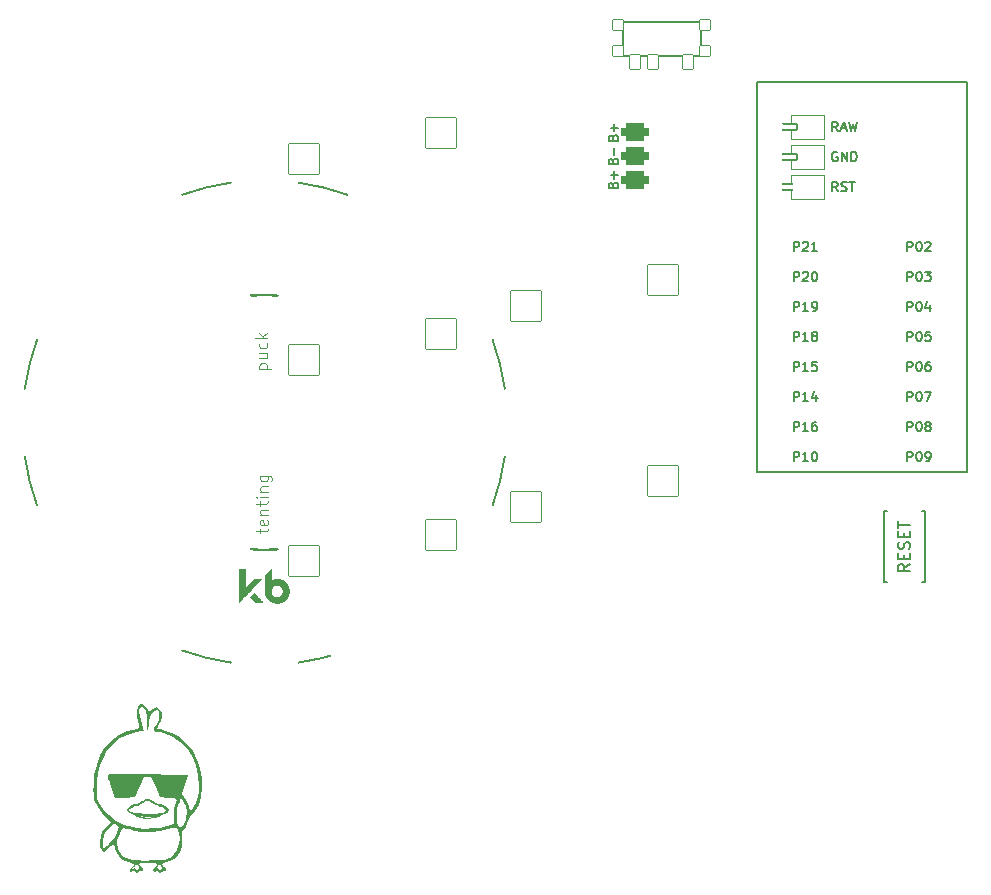
<source format=gto>
%TF.GenerationSoftware,KiCad,Pcbnew,(6.0.4-0)*%
%TF.CreationDate,2022-05-24T13:00:26+02:00*%
%TF.ProjectId,battoota,62617474-6f6f-4746-912e-6b696361645f,v1.0.0*%
%TF.SameCoordinates,Original*%
%TF.FileFunction,Legend,Top*%
%TF.FilePolarity,Positive*%
%FSLAX46Y46*%
G04 Gerber Fmt 4.6, Leading zero omitted, Abs format (unit mm)*
G04 Created by KiCad (PCBNEW (6.0.4-0)) date 2022-05-24 13:00:26*
%MOMM*%
%LPD*%
G01*
G04 APERTURE LIST*
G04 Aperture macros list*
%AMRoundRect*
0 Rectangle with rounded corners*
0 $1 Rounding radius*
0 $2 $3 $4 $5 $6 $7 $8 $9 X,Y pos of 4 corners*
0 Add a 4 corners polygon primitive as box body*
4,1,4,$2,$3,$4,$5,$6,$7,$8,$9,$2,$3,0*
0 Add four circle primitives for the rounded corners*
1,1,$1+$1,$2,$3*
1,1,$1+$1,$4,$5*
1,1,$1+$1,$6,$7*
1,1,$1+$1,$8,$9*
0 Add four rect primitives between the rounded corners*
20,1,$1+$1,$2,$3,$4,$5,0*
20,1,$1+$1,$4,$5,$6,$7,0*
20,1,$1+$1,$6,$7,$8,$9,0*
20,1,$1+$1,$8,$9,$2,$3,0*%
%AMFreePoly0*
4,1,16,0.535355,0.785355,0.550000,0.750000,0.550000,-0.750000,0.535355,-0.785355,0.500000,-0.800000,-0.650000,-0.800000,-0.685355,-0.785355,-0.700000,-0.750000,-0.691603,-0.722265,-0.210093,0.000000,-0.691603,0.722265,-0.699029,0.759806,-0.677735,0.791603,-0.650000,0.800000,0.500000,0.800000,0.535355,0.785355,0.535355,0.785355,$1*%
%AMFreePoly1*
4,1,16,0.535355,0.785355,0.541603,0.777735,1.041603,0.027735,1.049029,-0.009806,1.041603,-0.027735,0.541603,-0.777735,0.509806,-0.799029,0.500000,-0.800000,-0.500000,-0.800000,-0.535355,-0.785355,-0.550000,-0.750000,-0.550000,0.750000,-0.535355,0.785355,-0.500000,0.800000,0.500000,0.800000,0.535355,0.785355,0.535355,0.785355,$1*%
G04 Aperture macros list end*
%ADD10C,0.150000*%
%ADD11C,0.100000*%
%ADD12C,0.120000*%
%ADD13C,0.200000*%
%ADD14C,0.010000*%
%ADD15RoundRect,0.375000X-0.750000X0.375000X-0.750000X-0.375000X0.750000X-0.375000X0.750000X0.375000X0*%
%ADD16C,2.000000*%
%ADD17C,1.752600*%
%ADD18RoundRect,0.425000X-0.750000X0.375000X-0.750000X-0.375000X0.750000X-0.375000X0.750000X0.375000X0*%
%ADD19C,1.100000*%
%ADD20RoundRect,0.050000X-0.450000X-0.450000X0.450000X-0.450000X0.450000X0.450000X-0.450000X0.450000X0*%
%ADD21RoundRect,0.050000X-0.450000X-0.625000X0.450000X-0.625000X0.450000X0.625000X-0.450000X0.625000X0*%
%ADD22C,2.100000*%
%ADD23C,3.100000*%
%ADD24C,1.801800*%
%ADD25C,3.529000*%
%ADD26RoundRect,0.050000X-1.054507X-1.505993X1.505993X-1.054507X1.054507X1.505993X-1.505993X1.054507X0*%
%ADD27C,2.132000*%
%ADD28RoundRect,0.050000X-1.181751X-1.408356X1.408356X-1.181751X1.181751X1.408356X-1.408356X1.181751X0*%
%ADD29RoundRect,0.050000X-1.300000X-1.300000X1.300000X-1.300000X1.300000X1.300000X-1.300000X1.300000X0*%
%ADD30RoundRect,0.050000X-1.716367X-0.658851X0.658851X-1.716367X1.716367X0.658851X-0.658851X1.716367X0*%
%ADD31RoundRect,0.050000X-0.863113X-1.623279X1.623279X-0.863113X0.863113X1.623279X-1.623279X0.863113X0*%
%ADD32RoundRect,0.050000X-1.487360X-1.080630X1.080630X-1.487360X1.487360X1.080630X-1.080630X1.487360X0*%
%ADD33C,1.852600*%
%ADD34FreePoly0,180.000000*%
%ADD35RoundRect,0.050000X-0.762000X0.250000X-0.762000X-0.250000X0.762000X-0.250000X0.762000X0.250000X0*%
%ADD36FreePoly1,180.000000*%
%ADD37C,4.500000*%
G04 APERTURE END LIST*
D10*
%TO.C,PAD1*%
X133280033Y110267574D02*
X133318128Y110381860D01*
X133356223Y110419955D01*
X133432414Y110458050D01*
X133546699Y110458050D01*
X133622890Y110419955D01*
X133660985Y110381860D01*
X133699080Y110305670D01*
X133699080Y110000908D01*
X132899080Y110000908D01*
X132899080Y110267574D01*
X132937176Y110343765D01*
X132975271Y110381860D01*
X133051461Y110419955D01*
X133127652Y110419955D01*
X133203842Y110381860D01*
X133241937Y110343765D01*
X133280033Y110267574D01*
X133280033Y110000908D01*
X133394318Y110800908D02*
X133394318Y111410431D01*
X133280033Y112267574D02*
X133318128Y112381860D01*
X133356223Y112419955D01*
X133432414Y112458050D01*
X133546699Y112458050D01*
X133622890Y112419955D01*
X133660985Y112381860D01*
X133699080Y112305670D01*
X133699080Y112000908D01*
X132899080Y112000908D01*
X132899080Y112267574D01*
X132937176Y112343765D01*
X132975271Y112381860D01*
X133051461Y112419955D01*
X133127652Y112419955D01*
X133203842Y112381860D01*
X133241937Y112343765D01*
X133280033Y112267574D01*
X133280033Y112000908D01*
X133394318Y112800908D02*
X133394318Y113410431D01*
X133699080Y113105670D02*
X133089556Y113105670D01*
X133280033Y108267574D02*
X133318128Y108381860D01*
X133356223Y108419955D01*
X133432414Y108458050D01*
X133546699Y108458050D01*
X133622890Y108419955D01*
X133660985Y108381860D01*
X133699080Y108305670D01*
X133699080Y108000908D01*
X132899080Y108000908D01*
X132899080Y108267574D01*
X132937176Y108343765D01*
X132975271Y108381860D01*
X133051461Y108419955D01*
X133127652Y108419955D01*
X133203842Y108381860D01*
X133241937Y108343765D01*
X133280033Y108267574D01*
X133280033Y108000908D01*
X133394318Y108800908D02*
X133394318Y109410431D01*
X133699080Y109105670D02*
X133089556Y109105670D01*
%TO.C,B1*%
X158422171Y76170873D02*
X157945981Y75837539D01*
X158422171Y75599444D02*
X157422171Y75599444D01*
X157422171Y75980396D01*
X157469791Y76075634D01*
X157517410Y76123254D01*
X157612648Y76170873D01*
X157755505Y76170873D01*
X157850743Y76123254D01*
X157898362Y76075634D01*
X157945981Y75980396D01*
X157945981Y75599444D01*
X157898362Y76599444D02*
X157898362Y76932777D01*
X158422171Y77075634D02*
X158422171Y76599444D01*
X157422171Y76599444D01*
X157422171Y77075634D01*
X158374552Y77456587D02*
X158422171Y77599444D01*
X158422171Y77837539D01*
X158374552Y77932777D01*
X158326933Y77980396D01*
X158231695Y78028015D01*
X158136457Y78028015D01*
X158041219Y77980396D01*
X157993600Y77932777D01*
X157945981Y77837539D01*
X157898362Y77647063D01*
X157850743Y77551825D01*
X157803124Y77504206D01*
X157707886Y77456587D01*
X157612648Y77456587D01*
X157517410Y77504206D01*
X157469791Y77551825D01*
X157422171Y77647063D01*
X157422171Y77885158D01*
X157469791Y78028015D01*
X157898362Y78456587D02*
X157898362Y78789920D01*
X158422171Y78932777D02*
X158422171Y78456587D01*
X157422171Y78456587D01*
X157422171Y78932777D01*
X157422171Y79218492D02*
X157422171Y79789920D01*
X158422171Y79504206D02*
X157422171Y79504206D01*
%TO.C,MCU1*%
X158185784Y87421349D02*
X158185784Y88221349D01*
X158490546Y88221349D01*
X158566736Y88183254D01*
X158604832Y88145158D01*
X158642927Y88068968D01*
X158642927Y87954682D01*
X158604832Y87878492D01*
X158566736Y87840396D01*
X158490546Y87802301D01*
X158185784Y87802301D01*
X159138165Y88221349D02*
X159214355Y88221349D01*
X159290546Y88183254D01*
X159328641Y88145158D01*
X159366736Y88068968D01*
X159404832Y87916587D01*
X159404832Y87726111D01*
X159366736Y87573730D01*
X159328641Y87497539D01*
X159290546Y87459444D01*
X159214355Y87421349D01*
X159138165Y87421349D01*
X159061974Y87459444D01*
X159023879Y87497539D01*
X158985784Y87573730D01*
X158947689Y87726111D01*
X158947689Y87916587D01*
X158985784Y88068968D01*
X159023879Y88145158D01*
X159061974Y88183254D01*
X159138165Y88221349D01*
X159861974Y87878492D02*
X159785784Y87916587D01*
X159747689Y87954682D01*
X159709593Y88030873D01*
X159709593Y88068968D01*
X159747689Y88145158D01*
X159785784Y88183254D01*
X159861974Y88221349D01*
X160014355Y88221349D01*
X160090546Y88183254D01*
X160128641Y88145158D01*
X160166736Y88068968D01*
X160166736Y88030873D01*
X160128641Y87954682D01*
X160090546Y87916587D01*
X160014355Y87878492D01*
X159861974Y87878492D01*
X159785784Y87840396D01*
X159747689Y87802301D01*
X159709593Y87726111D01*
X159709593Y87573730D01*
X159747689Y87497539D01*
X159785784Y87459444D01*
X159861974Y87421349D01*
X160014355Y87421349D01*
X160090546Y87459444D01*
X160128641Y87497539D01*
X160166736Y87573730D01*
X160166736Y87726111D01*
X160128641Y87802301D01*
X160090546Y87840396D01*
X160014355Y87878492D01*
X148585784Y102661349D02*
X148585784Y103461349D01*
X148890546Y103461349D01*
X148966736Y103423254D01*
X149004832Y103385158D01*
X149042927Y103308968D01*
X149042927Y103194682D01*
X149004832Y103118492D01*
X148966736Y103080396D01*
X148890546Y103042301D01*
X148585784Y103042301D01*
X149347689Y103385158D02*
X149385784Y103423254D01*
X149461974Y103461349D01*
X149652451Y103461349D01*
X149728641Y103423254D01*
X149766736Y103385158D01*
X149804832Y103308968D01*
X149804832Y103232777D01*
X149766736Y103118492D01*
X149309593Y102661349D01*
X149804832Y102661349D01*
X150566736Y102661349D02*
X150109593Y102661349D01*
X150338165Y102661349D02*
X150338165Y103461349D01*
X150261974Y103347063D01*
X150185784Y103270873D01*
X150109593Y103232777D01*
X148585784Y89961349D02*
X148585784Y90761349D01*
X148890546Y90761349D01*
X148966736Y90723254D01*
X149004832Y90685158D01*
X149042927Y90608968D01*
X149042927Y90494682D01*
X149004832Y90418492D01*
X148966736Y90380396D01*
X148890546Y90342301D01*
X148585784Y90342301D01*
X149804832Y89961349D02*
X149347689Y89961349D01*
X149576260Y89961349D02*
X149576260Y90761349D01*
X149500070Y90647063D01*
X149423879Y90570873D01*
X149347689Y90532777D01*
X150490546Y90494682D02*
X150490546Y89961349D01*
X150300070Y90799444D02*
X150109593Y90228015D01*
X150604832Y90228015D01*
X148585784Y100121349D02*
X148585784Y100921349D01*
X148890546Y100921349D01*
X148966736Y100883254D01*
X149004832Y100845158D01*
X149042927Y100768968D01*
X149042927Y100654682D01*
X149004832Y100578492D01*
X148966736Y100540396D01*
X148890546Y100502301D01*
X148585784Y100502301D01*
X149347689Y100845158D02*
X149385784Y100883254D01*
X149461974Y100921349D01*
X149652451Y100921349D01*
X149728641Y100883254D01*
X149766736Y100845158D01*
X149804832Y100768968D01*
X149804832Y100692777D01*
X149766736Y100578492D01*
X149309593Y100121349D01*
X149804832Y100121349D01*
X150300070Y100921349D02*
X150376260Y100921349D01*
X150452451Y100883254D01*
X150490546Y100845158D01*
X150528641Y100768968D01*
X150566736Y100616587D01*
X150566736Y100426111D01*
X150528641Y100273730D01*
X150490546Y100197539D01*
X150452451Y100159444D01*
X150376260Y100121349D01*
X150300070Y100121349D01*
X150223879Y100159444D01*
X150185784Y100197539D01*
X150147689Y100273730D01*
X150109593Y100426111D01*
X150109593Y100616587D01*
X150147689Y100768968D01*
X150185784Y100845158D01*
X150223879Y100883254D01*
X150300070Y100921349D01*
X152305594Y107741349D02*
X152038928Y108122301D01*
X151848451Y107741349D02*
X151848451Y108541349D01*
X152153213Y108541349D01*
X152229404Y108503254D01*
X152267499Y108465158D01*
X152305594Y108388968D01*
X152305594Y108274682D01*
X152267499Y108198492D01*
X152229404Y108160396D01*
X152153213Y108122301D01*
X151848451Y108122301D01*
X152610356Y107779444D02*
X152724642Y107741349D01*
X152915118Y107741349D01*
X152991309Y107779444D01*
X153029404Y107817539D01*
X153067499Y107893730D01*
X153067499Y107969920D01*
X153029404Y108046111D01*
X152991309Y108084206D01*
X152915118Y108122301D01*
X152762737Y108160396D01*
X152686547Y108198492D01*
X152648451Y108236587D01*
X152610356Y108312777D01*
X152610356Y108388968D01*
X152648451Y108465158D01*
X152686547Y108503254D01*
X152762737Y108541349D01*
X152953213Y108541349D01*
X153067499Y108503254D01*
X153296070Y108541349D02*
X153753213Y108541349D01*
X153524642Y107741349D02*
X153524642Y108541349D01*
X158185784Y84881349D02*
X158185784Y85681349D01*
X158490546Y85681349D01*
X158566736Y85643254D01*
X158604832Y85605158D01*
X158642927Y85528968D01*
X158642927Y85414682D01*
X158604832Y85338492D01*
X158566736Y85300396D01*
X158490546Y85262301D01*
X158185784Y85262301D01*
X159138165Y85681349D02*
X159214355Y85681349D01*
X159290546Y85643254D01*
X159328641Y85605158D01*
X159366736Y85528968D01*
X159404832Y85376587D01*
X159404832Y85186111D01*
X159366736Y85033730D01*
X159328641Y84957539D01*
X159290546Y84919444D01*
X159214355Y84881349D01*
X159138165Y84881349D01*
X159061974Y84919444D01*
X159023879Y84957539D01*
X158985784Y85033730D01*
X158947689Y85186111D01*
X158947689Y85376587D01*
X158985784Y85528968D01*
X159023879Y85605158D01*
X159061974Y85643254D01*
X159138165Y85681349D01*
X159785784Y84881349D02*
X159938165Y84881349D01*
X160014355Y84919444D01*
X160052451Y84957539D01*
X160128641Y85071825D01*
X160166736Y85224206D01*
X160166736Y85528968D01*
X160128641Y85605158D01*
X160090546Y85643254D01*
X160014355Y85681349D01*
X159861974Y85681349D01*
X159785784Y85643254D01*
X159747689Y85605158D01*
X159709593Y85528968D01*
X159709593Y85338492D01*
X159747689Y85262301D01*
X159785784Y85224206D01*
X159861974Y85186111D01*
X160014355Y85186111D01*
X160090546Y85224206D01*
X160128641Y85262301D01*
X160166736Y85338492D01*
X148585784Y87421349D02*
X148585784Y88221349D01*
X148890546Y88221349D01*
X148966736Y88183254D01*
X149004832Y88145158D01*
X149042927Y88068968D01*
X149042927Y87954682D01*
X149004832Y87878492D01*
X148966736Y87840396D01*
X148890546Y87802301D01*
X148585784Y87802301D01*
X149804832Y87421349D02*
X149347689Y87421349D01*
X149576260Y87421349D02*
X149576260Y88221349D01*
X149500070Y88107063D01*
X149423879Y88030873D01*
X149347689Y87992777D01*
X150490546Y88221349D02*
X150338165Y88221349D01*
X150261974Y88183254D01*
X150223879Y88145158D01*
X150147689Y88030873D01*
X150109593Y87878492D01*
X150109593Y87573730D01*
X150147689Y87497539D01*
X150185784Y87459444D01*
X150261974Y87421349D01*
X150414355Y87421349D01*
X150490546Y87459444D01*
X150528641Y87497539D01*
X150566736Y87573730D01*
X150566736Y87764206D01*
X150528641Y87840396D01*
X150490546Y87878492D01*
X150414355Y87916587D01*
X150261974Y87916587D01*
X150185784Y87878492D01*
X150147689Y87840396D01*
X150109593Y87764206D01*
X152305595Y112821349D02*
X152038928Y113202301D01*
X151848452Y112821349D02*
X151848452Y113621349D01*
X152153214Y113621349D01*
X152229404Y113583254D01*
X152267499Y113545158D01*
X152305595Y113468968D01*
X152305595Y113354682D01*
X152267499Y113278492D01*
X152229404Y113240396D01*
X152153214Y113202301D01*
X151848452Y113202301D01*
X152610356Y113049920D02*
X152991309Y113049920D01*
X152534166Y112821349D02*
X152800833Y113621349D01*
X153067499Y112821349D01*
X153257976Y113621349D02*
X153448452Y112821349D01*
X153600833Y113392777D01*
X153753214Y112821349D01*
X153943690Y113621349D01*
X158185784Y102661349D02*
X158185784Y103461349D01*
X158490546Y103461349D01*
X158566736Y103423254D01*
X158604832Y103385158D01*
X158642927Y103308968D01*
X158642927Y103194682D01*
X158604832Y103118492D01*
X158566736Y103080396D01*
X158490546Y103042301D01*
X158185784Y103042301D01*
X159138165Y103461349D02*
X159214355Y103461349D01*
X159290546Y103423254D01*
X159328641Y103385158D01*
X159366736Y103308968D01*
X159404832Y103156587D01*
X159404832Y102966111D01*
X159366736Y102813730D01*
X159328641Y102737539D01*
X159290546Y102699444D01*
X159214355Y102661349D01*
X159138165Y102661349D01*
X159061974Y102699444D01*
X159023879Y102737539D01*
X158985784Y102813730D01*
X158947689Y102966111D01*
X158947689Y103156587D01*
X158985784Y103308968D01*
X159023879Y103385158D01*
X159061974Y103423254D01*
X159138165Y103461349D01*
X159709593Y103385158D02*
X159747689Y103423254D01*
X159823879Y103461349D01*
X160014355Y103461349D01*
X160090546Y103423254D01*
X160128641Y103385158D01*
X160166736Y103308968D01*
X160166736Y103232777D01*
X160128641Y103118492D01*
X159671498Y102661349D01*
X160166736Y102661349D01*
X148585784Y95041349D02*
X148585784Y95841349D01*
X148890546Y95841349D01*
X148966736Y95803254D01*
X149004832Y95765158D01*
X149042927Y95688968D01*
X149042927Y95574682D01*
X149004832Y95498492D01*
X148966736Y95460396D01*
X148890546Y95422301D01*
X148585784Y95422301D01*
X149804832Y95041349D02*
X149347689Y95041349D01*
X149576260Y95041349D02*
X149576260Y95841349D01*
X149500070Y95727063D01*
X149423879Y95650873D01*
X149347689Y95612777D01*
X150261974Y95498492D02*
X150185784Y95536587D01*
X150147689Y95574682D01*
X150109593Y95650873D01*
X150109593Y95688968D01*
X150147689Y95765158D01*
X150185784Y95803254D01*
X150261974Y95841349D01*
X150414355Y95841349D01*
X150490546Y95803254D01*
X150528641Y95765158D01*
X150566736Y95688968D01*
X150566736Y95650873D01*
X150528641Y95574682D01*
X150490546Y95536587D01*
X150414355Y95498492D01*
X150261974Y95498492D01*
X150185784Y95460396D01*
X150147689Y95422301D01*
X150109593Y95346111D01*
X150109593Y95193730D01*
X150147689Y95117539D01*
X150185784Y95079444D01*
X150261974Y95041349D01*
X150414355Y95041349D01*
X150490546Y95079444D01*
X150528641Y95117539D01*
X150566736Y95193730D01*
X150566736Y95346111D01*
X150528641Y95422301D01*
X150490546Y95460396D01*
X150414355Y95498492D01*
X148585784Y84881349D02*
X148585784Y85681349D01*
X148890546Y85681349D01*
X148966736Y85643254D01*
X149004832Y85605158D01*
X149042927Y85528968D01*
X149042927Y85414682D01*
X149004832Y85338492D01*
X148966736Y85300396D01*
X148890546Y85262301D01*
X148585784Y85262301D01*
X149804832Y84881349D02*
X149347689Y84881349D01*
X149576260Y84881349D02*
X149576260Y85681349D01*
X149500070Y85567063D01*
X149423879Y85490873D01*
X149347689Y85452777D01*
X150300070Y85681349D02*
X150376260Y85681349D01*
X150452451Y85643254D01*
X150490546Y85605158D01*
X150528641Y85528968D01*
X150566736Y85376587D01*
X150566736Y85186111D01*
X150528641Y85033730D01*
X150490546Y84957539D01*
X150452451Y84919444D01*
X150376260Y84881349D01*
X150300070Y84881349D01*
X150223879Y84919444D01*
X150185784Y84957539D01*
X150147689Y85033730D01*
X150109593Y85186111D01*
X150109593Y85376587D01*
X150147689Y85528968D01*
X150185784Y85605158D01*
X150223879Y85643254D01*
X150300070Y85681349D01*
X158185784Y100121349D02*
X158185784Y100921349D01*
X158490546Y100921349D01*
X158566736Y100883254D01*
X158604832Y100845158D01*
X158642927Y100768968D01*
X158642927Y100654682D01*
X158604832Y100578492D01*
X158566736Y100540396D01*
X158490546Y100502301D01*
X158185784Y100502301D01*
X159138165Y100921349D02*
X159214355Y100921349D01*
X159290546Y100883254D01*
X159328641Y100845158D01*
X159366736Y100768968D01*
X159404832Y100616587D01*
X159404832Y100426111D01*
X159366736Y100273730D01*
X159328641Y100197539D01*
X159290546Y100159444D01*
X159214355Y100121349D01*
X159138165Y100121349D01*
X159061974Y100159444D01*
X159023879Y100197539D01*
X158985784Y100273730D01*
X158947689Y100426111D01*
X158947689Y100616587D01*
X158985784Y100768968D01*
X159023879Y100845158D01*
X159061974Y100883254D01*
X159138165Y100921349D01*
X159671498Y100921349D02*
X160166736Y100921349D01*
X159900070Y100616587D01*
X160014355Y100616587D01*
X160090546Y100578492D01*
X160128641Y100540396D01*
X160166736Y100464206D01*
X160166736Y100273730D01*
X160128641Y100197539D01*
X160090546Y100159444D01*
X160014355Y100121349D01*
X159785784Y100121349D01*
X159709593Y100159444D01*
X159671498Y100197539D01*
X158185784Y89961349D02*
X158185784Y90761349D01*
X158490546Y90761349D01*
X158566736Y90723254D01*
X158604832Y90685158D01*
X158642927Y90608968D01*
X158642927Y90494682D01*
X158604832Y90418492D01*
X158566736Y90380396D01*
X158490546Y90342301D01*
X158185784Y90342301D01*
X159138165Y90761349D02*
X159214355Y90761349D01*
X159290546Y90723254D01*
X159328641Y90685158D01*
X159366736Y90608968D01*
X159404832Y90456587D01*
X159404832Y90266111D01*
X159366736Y90113730D01*
X159328641Y90037539D01*
X159290546Y89999444D01*
X159214355Y89961349D01*
X159138165Y89961349D01*
X159061974Y89999444D01*
X159023879Y90037539D01*
X158985784Y90113730D01*
X158947689Y90266111D01*
X158947689Y90456587D01*
X158985784Y90608968D01*
X159023879Y90685158D01*
X159061974Y90723254D01*
X159138165Y90761349D01*
X159671498Y90761349D02*
X160204832Y90761349D01*
X159861974Y89961349D01*
X148585784Y97581349D02*
X148585784Y98381349D01*
X148890546Y98381349D01*
X148966736Y98343254D01*
X149004832Y98305158D01*
X149042927Y98228968D01*
X149042927Y98114682D01*
X149004832Y98038492D01*
X148966736Y98000396D01*
X148890546Y97962301D01*
X148585784Y97962301D01*
X149804832Y97581349D02*
X149347689Y97581349D01*
X149576260Y97581349D02*
X149576260Y98381349D01*
X149500070Y98267063D01*
X149423879Y98190873D01*
X149347689Y98152777D01*
X150185784Y97581349D02*
X150338165Y97581349D01*
X150414355Y97619444D01*
X150452451Y97657539D01*
X150528641Y97771825D01*
X150566736Y97924206D01*
X150566736Y98228968D01*
X150528641Y98305158D01*
X150490546Y98343254D01*
X150414355Y98381349D01*
X150261974Y98381349D01*
X150185784Y98343254D01*
X150147689Y98305158D01*
X150109593Y98228968D01*
X150109593Y98038492D01*
X150147689Y97962301D01*
X150185784Y97924206D01*
X150261974Y97886111D01*
X150414355Y97886111D01*
X150490546Y97924206D01*
X150528641Y97962301D01*
X150566736Y98038492D01*
X152248452Y111043254D02*
X152172261Y111081349D01*
X152057976Y111081349D01*
X151943690Y111043254D01*
X151867499Y110967063D01*
X151829404Y110890873D01*
X151791309Y110738492D01*
X151791309Y110624206D01*
X151829404Y110471825D01*
X151867499Y110395634D01*
X151943690Y110319444D01*
X152057976Y110281349D01*
X152134166Y110281349D01*
X152248452Y110319444D01*
X152286547Y110357539D01*
X152286547Y110624206D01*
X152134166Y110624206D01*
X152629404Y110281349D02*
X152629404Y111081349D01*
X153086547Y110281349D01*
X153086547Y111081349D01*
X153467499Y110281349D02*
X153467499Y111081349D01*
X153657976Y111081349D01*
X153772261Y111043254D01*
X153848452Y110967063D01*
X153886547Y110890873D01*
X153924642Y110738492D01*
X153924642Y110624206D01*
X153886547Y110471825D01*
X153848452Y110395634D01*
X153772261Y110319444D01*
X153657976Y110281349D01*
X153467499Y110281349D01*
X158185784Y97581349D02*
X158185784Y98381349D01*
X158490546Y98381349D01*
X158566736Y98343254D01*
X158604832Y98305158D01*
X158642927Y98228968D01*
X158642927Y98114682D01*
X158604832Y98038492D01*
X158566736Y98000396D01*
X158490546Y97962301D01*
X158185784Y97962301D01*
X159138165Y98381349D02*
X159214355Y98381349D01*
X159290546Y98343254D01*
X159328641Y98305158D01*
X159366736Y98228968D01*
X159404832Y98076587D01*
X159404832Y97886111D01*
X159366736Y97733730D01*
X159328641Y97657539D01*
X159290546Y97619444D01*
X159214355Y97581349D01*
X159138165Y97581349D01*
X159061974Y97619444D01*
X159023879Y97657539D01*
X158985784Y97733730D01*
X158947689Y97886111D01*
X158947689Y98076587D01*
X158985784Y98228968D01*
X159023879Y98305158D01*
X159061974Y98343254D01*
X159138165Y98381349D01*
X160090546Y98114682D02*
X160090546Y97581349D01*
X159900070Y98419444D02*
X159709593Y97848015D01*
X160204832Y97848015D01*
X158185784Y95041349D02*
X158185784Y95841349D01*
X158490546Y95841349D01*
X158566736Y95803254D01*
X158604832Y95765158D01*
X158642927Y95688968D01*
X158642927Y95574682D01*
X158604832Y95498492D01*
X158566736Y95460396D01*
X158490546Y95422301D01*
X158185784Y95422301D01*
X159138165Y95841349D02*
X159214355Y95841349D01*
X159290546Y95803254D01*
X159328641Y95765158D01*
X159366736Y95688968D01*
X159404832Y95536587D01*
X159404832Y95346111D01*
X159366736Y95193730D01*
X159328641Y95117539D01*
X159290546Y95079444D01*
X159214355Y95041349D01*
X159138165Y95041349D01*
X159061974Y95079444D01*
X159023879Y95117539D01*
X158985784Y95193730D01*
X158947689Y95346111D01*
X158947689Y95536587D01*
X158985784Y95688968D01*
X159023879Y95765158D01*
X159061974Y95803254D01*
X159138165Y95841349D01*
X160128641Y95841349D02*
X159747689Y95841349D01*
X159709593Y95460396D01*
X159747689Y95498492D01*
X159823879Y95536587D01*
X160014355Y95536587D01*
X160090546Y95498492D01*
X160128641Y95460396D01*
X160166736Y95384206D01*
X160166736Y95193730D01*
X160128641Y95117539D01*
X160090546Y95079444D01*
X160014355Y95041349D01*
X159823879Y95041349D01*
X159747689Y95079444D01*
X159709593Y95117539D01*
X148585784Y92501349D02*
X148585784Y93301349D01*
X148890546Y93301349D01*
X148966736Y93263254D01*
X149004832Y93225158D01*
X149042927Y93148968D01*
X149042927Y93034682D01*
X149004832Y92958492D01*
X148966736Y92920396D01*
X148890546Y92882301D01*
X148585784Y92882301D01*
X149804832Y92501349D02*
X149347689Y92501349D01*
X149576260Y92501349D02*
X149576260Y93301349D01*
X149500070Y93187063D01*
X149423879Y93110873D01*
X149347689Y93072777D01*
X150528641Y93301349D02*
X150147689Y93301349D01*
X150109593Y92920396D01*
X150147689Y92958492D01*
X150223879Y92996587D01*
X150414355Y92996587D01*
X150490546Y92958492D01*
X150528641Y92920396D01*
X150566736Y92844206D01*
X150566736Y92653730D01*
X150528641Y92577539D01*
X150490546Y92539444D01*
X150414355Y92501349D01*
X150223879Y92501349D01*
X150147689Y92539444D01*
X150109593Y92577539D01*
X158185784Y92501349D02*
X158185784Y93301349D01*
X158490546Y93301349D01*
X158566736Y93263254D01*
X158604832Y93225158D01*
X158642927Y93148968D01*
X158642927Y93034682D01*
X158604832Y92958492D01*
X158566736Y92920396D01*
X158490546Y92882301D01*
X158185784Y92882301D01*
X159138165Y93301349D02*
X159214355Y93301349D01*
X159290546Y93263254D01*
X159328641Y93225158D01*
X159366736Y93148968D01*
X159404832Y92996587D01*
X159404832Y92806111D01*
X159366736Y92653730D01*
X159328641Y92577539D01*
X159290546Y92539444D01*
X159214355Y92501349D01*
X159138165Y92501349D01*
X159061974Y92539444D01*
X159023879Y92577539D01*
X158985784Y92653730D01*
X158947689Y92806111D01*
X158947689Y92996587D01*
X158985784Y93148968D01*
X159023879Y93225158D01*
X159061974Y93263254D01*
X159138165Y93301349D01*
X160090546Y93301349D02*
X159938165Y93301349D01*
X159861974Y93263254D01*
X159823879Y93225158D01*
X159747689Y93110873D01*
X159709593Y92958492D01*
X159709593Y92653730D01*
X159747689Y92577539D01*
X159785784Y92539444D01*
X159861974Y92501349D01*
X160014355Y92501349D01*
X160090546Y92539444D01*
X160128641Y92577539D01*
X160166736Y92653730D01*
X160166736Y92844206D01*
X160128641Y92920396D01*
X160090546Y92958492D01*
X160014355Y92996587D01*
X159861974Y92996587D01*
X159785784Y92958492D01*
X159747689Y92920396D01*
X159709593Y92844206D01*
D11*
%TO.C,REF\u002A\u002A*%
X103392434Y78783427D02*
X103392434Y79164379D01*
X103059100Y78926284D02*
X103916243Y78926284D01*
X104011481Y78973903D01*
X104059100Y79069141D01*
X104059100Y79164379D01*
X104011481Y79878665D02*
X104059100Y79783427D01*
X104059100Y79592950D01*
X104011481Y79497712D01*
X103916243Y79450093D01*
X103535291Y79450093D01*
X103440053Y79497712D01*
X103392434Y79592950D01*
X103392434Y79783427D01*
X103440053Y79878665D01*
X103535291Y79926284D01*
X103630529Y79926284D01*
X103725767Y79450093D01*
X103392434Y80354855D02*
X104059100Y80354855D01*
X103487672Y80354855D02*
X103440053Y80402474D01*
X103392434Y80497712D01*
X103392434Y80640569D01*
X103440053Y80735807D01*
X103535291Y80783427D01*
X104059100Y80783427D01*
X103392434Y81116760D02*
X103392434Y81497712D01*
X103059100Y81259617D02*
X103916243Y81259617D01*
X104011481Y81307236D01*
X104059100Y81402474D01*
X104059100Y81497712D01*
X104059100Y81831046D02*
X103392434Y81831046D01*
X103059100Y81831046D02*
X103106720Y81783427D01*
X103154339Y81831046D01*
X103106720Y81878665D01*
X103059100Y81831046D01*
X103154339Y81831046D01*
X103392434Y82307236D02*
X104059100Y82307236D01*
X103487672Y82307236D02*
X103440053Y82354855D01*
X103392434Y82450093D01*
X103392434Y82592950D01*
X103440053Y82688188D01*
X103535291Y82735807D01*
X104059100Y82735807D01*
X103392434Y83640569D02*
X104201958Y83640569D01*
X104297196Y83592950D01*
X104344815Y83545331D01*
X104392434Y83450093D01*
X104392434Y83307236D01*
X104344815Y83211998D01*
X104011481Y83640569D02*
X104059100Y83545331D01*
X104059100Y83354855D01*
X104011481Y83259617D01*
X103963862Y83211998D01*
X103868624Y83164379D01*
X103582910Y83164379D01*
X103487672Y83211998D01*
X103440053Y83259617D01*
X103392434Y83354855D01*
X103392434Y83545331D01*
X103440053Y83640569D01*
X103328934Y92673927D02*
X104328934Y92673927D01*
X103376553Y92673927D02*
X103328934Y92769165D01*
X103328934Y92959641D01*
X103376553Y93054879D01*
X103424172Y93102498D01*
X103519410Y93150117D01*
X103805124Y93150117D01*
X103900362Y93102498D01*
X103947981Y93054879D01*
X103995600Y92959641D01*
X103995600Y92769165D01*
X103947981Y92673927D01*
X103328934Y94007260D02*
X103995600Y94007260D01*
X103328934Y93578688D02*
X103852743Y93578688D01*
X103947981Y93626307D01*
X103995600Y93721546D01*
X103995600Y93864403D01*
X103947981Y93959641D01*
X103900362Y94007260D01*
X103947981Y94912022D02*
X103995600Y94816784D01*
X103995600Y94626307D01*
X103947981Y94531069D01*
X103900362Y94483450D01*
X103805124Y94435831D01*
X103519410Y94435831D01*
X103424172Y94483450D01*
X103376553Y94531069D01*
X103328934Y94626307D01*
X103328934Y94816784D01*
X103376553Y94912022D01*
X103995600Y95340593D02*
X102995600Y95340593D01*
X103614648Y95435831D02*
X103995600Y95721546D01*
X103328934Y95721546D02*
X103709886Y95340593D01*
D10*
%TO.C,T1*%
X134095791Y122069254D02*
X134095791Y119219254D01*
X139345791Y122069254D02*
X135445791Y122069254D01*
X134095791Y119219254D02*
X140695791Y119219254D01*
X137395791Y122069254D02*
X140695791Y122069254D01*
X140695791Y119219254D02*
X140695791Y122069254D01*
X137395791Y122069254D02*
X134095791Y122069254D01*
%TO.C,B1*%
X156219791Y74623254D02*
X156219791Y80623254D01*
X159719791Y74623254D02*
X159719791Y80623254D01*
X156219791Y80623254D02*
X156469791Y80623254D01*
X159719791Y74623254D02*
X159469791Y74623254D01*
X159719791Y80623254D02*
X159469791Y80623254D01*
X156219791Y74623254D02*
X156469791Y74623254D01*
%TO.C,G\u002A\u002A\u002A*%
G36*
X92883978Y54811439D02*
G01*
X92740255Y54880814D01*
X92407058Y55056231D01*
X92211599Y55193916D01*
X92131416Y55310999D01*
X92130646Y55316839D01*
X92306885Y55316839D01*
X92323310Y55295956D01*
X92503738Y55201096D01*
X92814003Y55123189D01*
X93215242Y55064583D01*
X93668589Y55027628D01*
X94135180Y55014670D01*
X94576151Y55028060D01*
X94952637Y55070144D01*
X95174422Y55123679D01*
X95401772Y55233273D01*
X95460472Y55348492D01*
X95351061Y55468035D01*
X95074080Y55590598D01*
X94966078Y55625429D01*
X94664565Y55735323D01*
X94407590Y55860367D01*
X94283288Y55946404D01*
X94021677Y56093383D01*
X93736622Y56076183D01*
X93509613Y55948664D01*
X93306784Y55830100D01*
X93019752Y55709005D01*
X92844401Y55651219D01*
X92514387Y55534275D01*
X92332107Y55420696D01*
X92306885Y55316839D01*
X92130646Y55316839D01*
X92126422Y55348860D01*
X92205522Y55535943D01*
X92420663Y55696920D01*
X92738600Y55809825D01*
X92858300Y55832470D01*
X93154436Y55920791D01*
X93435028Y56068739D01*
X93454272Y56082600D01*
X93752550Y56247693D01*
X94019947Y56257391D01*
X94293936Y56111220D01*
X94343195Y56071400D01*
X94555160Y55931295D01*
X94751676Y55860051D01*
X94778751Y55857874D01*
X94966352Y55822347D01*
X95222502Y55735067D01*
X95328663Y55689960D01*
X95559074Y55566867D01*
X95659234Y55452976D01*
X95667330Y55340633D01*
X95591473Y55163612D01*
X95513088Y55091950D01*
X95111759Y54891462D01*
X94805697Y54759395D01*
X94543443Y54679643D01*
X94273536Y54636100D01*
X93989088Y54614958D01*
X93653008Y54603783D01*
X93402897Y54622991D01*
X93169604Y54687303D01*
X93109985Y54713214D01*
X93673799Y54713214D01*
X93780173Y54699930D01*
X93904422Y54697460D01*
X94087543Y54704065D01*
X94137812Y54720951D01*
X94094922Y54734152D01*
X93848204Y54748159D01*
X93713922Y54734152D01*
X93673799Y54713214D01*
X93109985Y54713214D01*
X92957906Y54779309D01*
X93263810Y54779309D01*
X93347033Y54765751D01*
X93456847Y54781317D01*
X93458158Y54810219D01*
X93344841Y54830431D01*
X93295880Y54816903D01*
X93263810Y54779309D01*
X92957906Y54779309D01*
X92883978Y54811439D01*
G37*
G36*
X94497088Y50503045D02*
G01*
X94643295Y50652401D01*
X94666692Y50756195D01*
X94555768Y50821445D01*
X94299012Y50855169D01*
X93904422Y50864400D01*
X93568863Y50857043D01*
X93308698Y50837338D01*
X93161697Y50808830D01*
X93142422Y50792855D01*
X93199034Y50688346D01*
X93311755Y50568066D01*
X93447142Y50400898D01*
X93476988Y50265739D01*
X93400694Y50201812D01*
X93317223Y50210169D01*
X93160615Y50195335D01*
X93108213Y50135377D01*
X93006711Y50026556D01*
X92885968Y50061683D01*
X92834968Y50143183D01*
X92754841Y50223695D01*
X92631524Y50185516D01*
X92462694Y50111812D01*
X92392654Y50148018D01*
X92380422Y50271016D01*
X92421728Y50379808D01*
X92582791Y50379808D01*
X92677340Y50385158D01*
X92749034Y50430786D01*
X92849174Y50473905D01*
X92916959Y50373574D01*
X92929388Y50337018D01*
X92980358Y50214712D01*
X93017398Y50247358D01*
X93029700Y50288207D01*
X93124266Y50392124D01*
X93211226Y50386159D01*
X93282980Y50379386D01*
X93221385Y50454321D01*
X93173785Y50496685D01*
X93022640Y50657352D01*
X92947636Y50779733D01*
X92909598Y50852446D01*
X92895106Y50761545D01*
X92821498Y50610467D01*
X92711837Y50521852D01*
X92594181Y50433079D01*
X92582791Y50379808D01*
X92421728Y50379808D01*
X92447013Y50446405D01*
X92549755Y50545382D01*
X92693986Y50671444D01*
X92682018Y50778173D01*
X92509132Y50871978D01*
X92258894Y50940441D01*
X91805541Y51124714D01*
X91433524Y51442555D01*
X91170096Y51867066D01*
X91092709Y52091419D01*
X90991439Y52470057D01*
X90775764Y52332967D01*
X90561682Y52165937D01*
X90369908Y51974638D01*
X90179727Y51753400D01*
X90000313Y51965066D01*
X89869742Y52239974D01*
X89848473Y52501801D01*
X90095204Y52501801D01*
X90102772Y52276291D01*
X90139765Y52147704D01*
X90163941Y52134400D01*
X90256374Y52188909D01*
X90430173Y52331426D01*
X90603135Y52489954D01*
X91293284Y52489954D01*
X91375226Y52110208D01*
X91476501Y51873648D01*
X91654061Y51601911D01*
X91877885Y51393116D01*
X92168936Y51241165D01*
X92548174Y51139962D01*
X93036561Y51083409D01*
X93655058Y51065408D01*
X94226220Y51073792D01*
X94708800Y51090617D01*
X95060360Y51114249D01*
X95319209Y51150426D01*
X95523658Y51204883D01*
X95712015Y51283357D01*
X95750220Y51301989D01*
X96123921Y51577407D01*
X96396496Y51966219D01*
X96555900Y52437813D01*
X96590089Y52961576D01*
X96540529Y53310769D01*
X96455508Y53618649D01*
X96347306Y53796201D01*
X96181045Y53859979D01*
X95921846Y53826536D01*
X95630184Y53742813D01*
X94953530Y53587774D01*
X94197082Y53510253D01*
X93433171Y53513392D01*
X92734127Y53600336D01*
X92668971Y53614115D01*
X92335075Y53693216D01*
X92053420Y53769503D01*
X91875159Y53828891D01*
X91854808Y53838335D01*
X91752825Y53860391D01*
X91681082Y53771888D01*
X91623707Y53593361D01*
X91533656Y53336287D01*
X91426116Y53126554D01*
X91411179Y53105450D01*
X91304319Y52839623D01*
X91293284Y52489954D01*
X90603135Y52489954D01*
X90635426Y52519550D01*
X90866152Y52778902D01*
X91090809Y53095367D01*
X91281265Y53421544D01*
X91409387Y53710034D01*
X91448261Y53889059D01*
X91380701Y53995723D01*
X91215710Y54113267D01*
X91203142Y54119902D01*
X91054781Y54186990D01*
X90944970Y54184016D01*
X90822020Y54091411D01*
X90654733Y53912295D01*
X90448858Y53651510D01*
X90275909Y53376808D01*
X90223346Y53268946D01*
X90158061Y53047223D01*
X90114491Y52775143D01*
X90095204Y52501801D01*
X89848473Y52501801D01*
X89840202Y52603612D01*
X89902370Y53016274D01*
X90046922Y53438258D01*
X90264536Y53829856D01*
X90504870Y54113825D01*
X90761494Y54357583D01*
X90302999Y54776621D01*
X89826443Y55321596D01*
X89567296Y55759042D01*
X89447141Y56012240D01*
X89368080Y56220018D01*
X89321752Y56429518D01*
X89299794Y56687883D01*
X89293841Y57042258D01*
X89294371Y57297579D01*
X89297495Y57341400D01*
X89553696Y57341400D01*
X89557400Y56928222D01*
X89578822Y56628157D01*
X89627684Y56385171D01*
X89713705Y56143232D01*
X89792844Y55962855D01*
X90136304Y55401988D01*
X90621028Y54892268D01*
X91222119Y54452211D01*
X91914683Y54100333D01*
X92603812Y53872265D01*
X93082786Y53794861D01*
X93663314Y53766986D01*
X94285788Y53786196D01*
X94890603Y53850046D01*
X95418152Y53956093D01*
X95543239Y53992802D01*
X96123723Y54178753D01*
X96070295Y54617077D01*
X96079465Y55080285D01*
X96325881Y55080285D01*
X96327710Y54677744D01*
X96375168Y54316992D01*
X96467775Y54056944D01*
X96475134Y54045253D01*
X96628143Y53811733D01*
X96826284Y53997877D01*
X96966130Y54193782D01*
X97086957Y54469968D01*
X97121864Y54590190D01*
X97176721Y55146150D01*
X97084261Y55689335D01*
X96907681Y56083336D01*
X96784247Y56274447D01*
X96713207Y56333717D01*
X96666647Y56278387D01*
X96652846Y56240733D01*
X96579443Y56050036D01*
X96475242Y55806585D01*
X96461032Y55775066D01*
X96370162Y55465698D01*
X96325881Y55080285D01*
X96079465Y55080285D01*
X96082096Y55213210D01*
X96150582Y55521066D01*
X96262396Y55901980D01*
X96322245Y56147438D01*
X96311960Y56287910D01*
X96213374Y56353867D01*
X96008320Y56375778D01*
X95678630Y56384113D01*
X95635186Y56385469D01*
X94892188Y56410066D01*
X94545362Y57256733D01*
X94198535Y58103400D01*
X93537991Y58103400D01*
X92844243Y56410066D01*
X91992187Y56386102D01*
X91140130Y56362137D01*
X90785489Y57302541D01*
X90651479Y57677144D01*
X90550559Y57997120D01*
X90492705Y58227962D01*
X90487272Y58334241D01*
X90565612Y58358671D01*
X90770969Y58376347D01*
X91110443Y58387339D01*
X91591135Y58391713D01*
X92220147Y58389538D01*
X93004578Y58380882D01*
X93892620Y58366851D01*
X94628610Y58353119D01*
X95310377Y58338793D01*
X95919653Y58324376D01*
X96438166Y58310372D01*
X96847646Y58297287D01*
X97129824Y58285624D01*
X97266428Y58275889D01*
X97276286Y58273424D01*
X97264632Y58184166D01*
X97205275Y57971704D01*
X97108818Y57671815D01*
X97032008Y57449106D01*
X96752989Y56659530D01*
X96977731Y56434787D01*
X97139512Y56205119D01*
X97287131Y55877216D01*
X97345176Y55696772D01*
X97487878Y55183498D01*
X97700397Y55496248D01*
X97963013Y55953635D01*
X98127499Y56429344D01*
X98208157Y56975786D01*
X98222422Y57409186D01*
X98153236Y58317446D01*
X97951835Y59154138D01*
X97627455Y59906649D01*
X97189332Y60562370D01*
X96646702Y61108689D01*
X96008799Y61532995D01*
X95284861Y61822677D01*
X94928718Y61906649D01*
X94599418Y61983285D01*
X94428121Y62077514D01*
X94403843Y62217712D01*
X94515598Y62432257D01*
X94652421Y62620354D01*
X94830072Y62942212D01*
X94878088Y63278409D01*
X94844099Y63599871D01*
X94740227Y63769180D01*
X94563612Y63789686D01*
X94470459Y63756294D01*
X94256563Y63572819D01*
X94090860Y63257823D01*
X93987793Y62845723D01*
X93961254Y62542942D01*
X93942369Y62227069D01*
X93913023Y62069667D01*
X93879665Y62060719D01*
X93848740Y62190208D01*
X93826695Y62448119D01*
X93819755Y62762786D01*
X93794031Y63302679D01*
X93718779Y63706619D01*
X93596879Y63965572D01*
X93431210Y64070503D01*
X93402355Y64072400D01*
X93240506Y63997740D01*
X93178928Y63867659D01*
X93168326Y63649227D01*
X93203966Y63327445D01*
X93275583Y62958591D01*
X93372909Y62598940D01*
X93448998Y62387233D01*
X93520542Y62193920D01*
X93546125Y62082449D01*
X93543788Y62074878D01*
X93455295Y62047212D01*
X93243659Y61996299D01*
X92951733Y61932349D01*
X92901052Y61921718D01*
X92094895Y61683228D01*
X91407043Y61325848D01*
X90829831Y60843852D01*
X90355594Y60231511D01*
X90150404Y59866170D01*
X89844649Y59165956D01*
X89655204Y58486382D01*
X89565908Y57759066D01*
X89553696Y57341400D01*
X89297495Y57341400D01*
X89363677Y58269694D01*
X89557951Y59160199D01*
X89870025Y59958686D01*
X90292730Y60654747D01*
X90818899Y61237974D01*
X91441364Y61697957D01*
X92152957Y62024288D01*
X92640005Y62155797D01*
X92910572Y62216488D01*
X93107206Y62270853D01*
X93176676Y62300432D01*
X93180759Y62399663D01*
X93145166Y62609747D01*
X93097975Y62806337D01*
X92993959Y63324682D01*
X92978234Y63751062D01*
X93050080Y64065427D01*
X93148207Y64204636D01*
X93288440Y64307755D01*
X93415811Y64302972D01*
X93550374Y64235849D01*
X93757738Y64062353D01*
X93889118Y63876231D01*
X94000814Y63643880D01*
X94255447Y63858140D01*
X94465557Y64016970D01*
X94614991Y64056293D01*
X94762434Y63976714D01*
X94881937Y63864582D01*
X95052086Y63582213D01*
X95095465Y63231293D01*
X95012346Y62855224D01*
X94873903Y62592622D01*
X94750576Y62399963D01*
X94685927Y62277032D01*
X94683403Y62256510D01*
X94773050Y62230420D01*
X94979276Y62181344D01*
X95193103Y62133920D01*
X95946464Y61887855D01*
X96621090Y61496722D01*
X97208237Y60969645D01*
X97699161Y60315748D01*
X98085118Y59544155D01*
X98301239Y58890731D01*
X98476901Y58009790D01*
X98519445Y57191338D01*
X98430843Y56447007D01*
X98213068Y55788428D01*
X97868093Y55227231D01*
X97637308Y54976059D01*
X97473252Y54785159D01*
X97382263Y54611451D01*
X97375755Y54570520D01*
X97333745Y54375923D01*
X97229657Y54132103D01*
X97096407Y53901142D01*
X96966910Y53745125D01*
X96923569Y53717622D01*
X96862620Y53652314D01*
X96826491Y53494962D01*
X96811185Y53217437D01*
X96810852Y52924013D01*
X96806347Y52515991D01*
X96776410Y52219573D01*
X96711941Y51977819D01*
X96628666Y51784018D01*
X96338971Y51371594D01*
X95938500Y51071362D01*
X95461927Y50909110D01*
X95449588Y50907085D01*
X95193056Y50836684D01*
X95098588Y50736465D01*
X95168749Y50611297D01*
X95259088Y50545382D01*
X95394479Y50409715D01*
X95419029Y50274923D01*
X95330265Y50193370D01*
X95276022Y50187066D01*
X95084469Y50130817D01*
X95016322Y50081233D01*
X94911884Y50026348D01*
X94806703Y50114193D01*
X94795850Y50128633D01*
X94684763Y50221542D01*
X94627219Y50192133D01*
X94510362Y50109045D01*
X94383563Y50127496D01*
X94327755Y50230229D01*
X94363786Y50319728D01*
X94534456Y50319728D01*
X94548861Y50309933D01*
X94611115Y50354962D01*
X94740775Y50428040D01*
X94827524Y50366648D01*
X94862211Y50310067D01*
X94937077Y50200571D01*
X94974362Y50237014D01*
X94986321Y50288207D01*
X95072375Y50393271D01*
X95158559Y50389280D01*
X95217430Y50391348D01*
X95130255Y50474349D01*
X95110922Y50488967D01*
X94967179Y50640336D01*
X94913737Y50768893D01*
X94899684Y50857263D01*
X94860890Y50780451D01*
X94860628Y50779733D01*
X94774293Y50627497D01*
X94634478Y50443629D01*
X94534456Y50319728D01*
X94363786Y50319728D01*
X94387506Y50378647D01*
X94497088Y50503045D01*
G37*
D12*
%TO.C,MCU1*%
X151118690Y111643254D02*
X151118690Y109643254D01*
X148318690Y111643254D02*
X151118690Y111643254D01*
X148318690Y109103254D02*
X151118690Y109103254D01*
D10*
X163247213Y116993254D02*
X145467213Y116993254D01*
D12*
X148318690Y114183254D02*
X151118690Y114183254D01*
X151118690Y109103254D02*
X151118690Y107103254D01*
X148318690Y109643254D02*
X148318690Y110313254D01*
X148318690Y107103254D02*
X148318690Y107788254D01*
X151118690Y107103254D02*
X148318690Y107103254D01*
X151118690Y114183254D02*
X151118690Y112183254D01*
D10*
X145467213Y83973254D02*
X163247213Y83973254D01*
D12*
X148318690Y108438254D02*
X148318690Y109103254D01*
X148318690Y113513254D02*
X148318690Y114183254D01*
D10*
X145467213Y116993254D02*
X145467213Y83973254D01*
D12*
X151118690Y112183254D02*
X148318690Y112183254D01*
D10*
X163247213Y83973254D02*
X163247213Y116993254D01*
D12*
X148318690Y110963254D02*
X148318690Y111643254D01*
X151118690Y109643254D02*
X148318690Y109643254D01*
X148318690Y112183254D02*
X148318690Y112863254D01*
D13*
%TO.C,REF\u002A\u002A*%
X124117220Y90998927D02*
G75*
G03*
X123083355Y95149472I-20320019J-2857506D01*
G01*
X104925605Y98877290D02*
G75*
G03*
X103797220Y98936427I-1128385J-10735763D01*
G01*
X102587299Y77432504D02*
G75*
G03*
X103715684Y77373368I1128379J10735785D01*
G01*
X96789174Y68855292D02*
G75*
G03*
X100939720Y67821427I7008046J19286135D01*
G01*
X102668835Y77405563D02*
G75*
G03*
X103797220Y77346427I1128379J10735785D01*
G01*
X83477220Y85283927D02*
G75*
G03*
X84511086Y81133380I20319953J2857490D01*
G01*
X103715684Y77373368D02*
G75*
G03*
X104844069Y77432504I6J10794921D01*
G01*
X100939720Y108461427D02*
G75*
G03*
X96789172Y107427561I2857496J-20319983D01*
G01*
X104844069Y98904232D02*
G75*
G03*
X103715684Y98963368I-1128379J-10735785D01*
G01*
X103715684Y98963368D02*
G75*
G03*
X102587299Y98904232I-6J-10794921D01*
G01*
X123083355Y81133381D02*
G75*
G03*
X124117220Y85283927I-19286185J7008058D01*
G01*
X106654720Y67821427D02*
G75*
G03*
X110805267Y68855293I-2857500J20320000D01*
G01*
X84511086Y95149475D02*
G75*
G03*
X83477220Y90998927I19286117J-7008044D01*
G01*
X103797220Y98936427D02*
G75*
G03*
X102668835Y98877291I-6J-10794921D01*
G01*
X103797220Y77346426D02*
G75*
G03*
X104925605Y77405563I0J10794901D01*
G01*
X110805267Y107427561D02*
G75*
G03*
X106654720Y108461427I-7008047J-19286134D01*
G01*
G36*
X103789573Y73983779D02*
G01*
X103788170Y74090408D01*
X103787126Y74213064D01*
X103786462Y74350336D01*
X103786201Y74500810D01*
X103786198Y74512546D01*
X103786111Y75204260D01*
X104293815Y75714286D01*
X104293963Y75220718D01*
X104294155Y75116478D01*
X104294644Y75019733D01*
X104295394Y74932847D01*
X104296370Y74858185D01*
X104297539Y74798110D01*
X104298866Y74754987D01*
X104300315Y74731180D01*
X104301223Y74727150D01*
X104313654Y74733464D01*
X104338500Y74749807D01*
X104362634Y74767009D01*
X104477331Y74837731D01*
X104599547Y74886835D01*
X104729930Y74914511D01*
X104869131Y74920949D01*
X104886943Y74920281D01*
X104976578Y74913729D01*
X105053061Y74901792D01*
X105124713Y74882300D01*
X105199851Y74853083D01*
X105269702Y74820444D01*
X105397635Y74745151D01*
X105510555Y74653171D01*
X105607449Y74546182D01*
X105687307Y74425857D01*
X105749117Y74293872D01*
X105791869Y74151903D01*
X105814550Y74001624D01*
X105818111Y73911954D01*
X105807820Y73759476D01*
X105776464Y73614912D01*
X105723319Y73475676D01*
X105666064Y73368757D01*
X105580352Y73248464D01*
X105478739Y73143615D01*
X105363406Y73055293D01*
X105236531Y72984579D01*
X105100295Y72932556D01*
X104956876Y72900303D01*
X104808455Y72888904D01*
X104708209Y72893387D01*
X104563601Y72918268D01*
X104423033Y72964543D01*
X104289860Y73030522D01*
X104167440Y73114519D01*
X104059128Y73214845D01*
X104050734Y73224011D01*
X103969603Y73328131D01*
X103899911Y73446313D01*
X103844745Y73572176D01*
X103807192Y73699336D01*
X103798323Y73745786D01*
X103795710Y73774181D01*
X103793365Y73824253D01*
X103791896Y73874587D01*
X104288234Y73874587D01*
X104298806Y73777038D01*
X104329238Y73683019D01*
X104357892Y73628874D01*
X104424826Y73540591D01*
X104504307Y73469714D01*
X104593739Y73417221D01*
X104690525Y73384089D01*
X104792066Y73371295D01*
X104895767Y73379816D01*
X104968594Y73399104D01*
X105011591Y73415190D01*
X105052496Y73432550D01*
X105068663Y73440326D01*
X105113949Y73471330D01*
X105163272Y73517524D01*
X105211329Y73572980D01*
X105252814Y73631774D01*
X105274302Y73670101D01*
X105294483Y73714347D01*
X105307128Y73752955D01*
X105314485Y73795247D01*
X105318803Y73850550D01*
X105319085Y73855840D01*
X105315717Y73963085D01*
X105292861Y74060977D01*
X105249209Y74154400D01*
X105231439Y74182929D01*
X105166897Y74260833D01*
X105088080Y74323003D01*
X104998444Y74368499D01*
X104901445Y74396377D01*
X104800541Y74405697D01*
X104699189Y74395515D01*
X104600843Y74364890D01*
X104586840Y74358604D01*
X104498888Y74305655D01*
X104424898Y74237441D01*
X104365855Y74157095D01*
X104322742Y74067748D01*
X104296540Y73972535D01*
X104288234Y73874587D01*
X103791896Y73874587D01*
X103791312Y73894590D01*
X103789573Y73983779D01*
G37*
D14*
X103789573Y73983779D02*
X103788170Y74090408D01*
X103787126Y74213064D01*
X103786462Y74350336D01*
X103786201Y74500810D01*
X103786198Y74512546D01*
X103786111Y75204260D01*
X104293815Y75714286D01*
X104293963Y75220718D01*
X104294155Y75116478D01*
X104294644Y75019733D01*
X104295394Y74932847D01*
X104296370Y74858185D01*
X104297539Y74798110D01*
X104298866Y74754987D01*
X104300315Y74731180D01*
X104301223Y74727150D01*
X104313654Y74733464D01*
X104338500Y74749807D01*
X104362634Y74767009D01*
X104477331Y74837731D01*
X104599547Y74886835D01*
X104729930Y74914511D01*
X104869131Y74920949D01*
X104886943Y74920281D01*
X104976578Y74913729D01*
X105053061Y74901792D01*
X105124713Y74882300D01*
X105199851Y74853083D01*
X105269702Y74820444D01*
X105397635Y74745151D01*
X105510555Y74653171D01*
X105607449Y74546182D01*
X105687307Y74425857D01*
X105749117Y74293872D01*
X105791869Y74151903D01*
X105814550Y74001624D01*
X105818111Y73911954D01*
X105807820Y73759476D01*
X105776464Y73614912D01*
X105723319Y73475676D01*
X105666064Y73368757D01*
X105580352Y73248464D01*
X105478739Y73143615D01*
X105363406Y73055293D01*
X105236531Y72984579D01*
X105100295Y72932556D01*
X104956876Y72900303D01*
X104808455Y72888904D01*
X104708209Y72893387D01*
X104563601Y72918268D01*
X104423033Y72964543D01*
X104289860Y73030522D01*
X104167440Y73114519D01*
X104059128Y73214845D01*
X104050734Y73224011D01*
X103969603Y73328131D01*
X103899911Y73446313D01*
X103844745Y73572176D01*
X103807192Y73699336D01*
X103798323Y73745786D01*
X103795710Y73774181D01*
X103793365Y73824253D01*
X103791896Y73874587D01*
X104288234Y73874587D01*
X104298806Y73777038D01*
X104329238Y73683019D01*
X104357892Y73628874D01*
X104424826Y73540591D01*
X104504307Y73469714D01*
X104593739Y73417221D01*
X104690525Y73384089D01*
X104792066Y73371295D01*
X104895767Y73379816D01*
X104968594Y73399104D01*
X105011591Y73415190D01*
X105052496Y73432550D01*
X105068663Y73440326D01*
X105113949Y73471330D01*
X105163272Y73517524D01*
X105211329Y73572980D01*
X105252814Y73631774D01*
X105274302Y73670101D01*
X105294483Y73714347D01*
X105307128Y73752955D01*
X105314485Y73795247D01*
X105318803Y73850550D01*
X105319085Y73855840D01*
X105315717Y73963085D01*
X105292861Y74060977D01*
X105249209Y74154400D01*
X105231439Y74182929D01*
X105166897Y74260833D01*
X105088080Y74323003D01*
X104998444Y74368499D01*
X104901445Y74396377D01*
X104800541Y74405697D01*
X104699189Y74395515D01*
X104600843Y74364890D01*
X104586840Y74358604D01*
X104498888Y74305655D01*
X104424898Y74237441D01*
X104365855Y74157095D01*
X104322742Y74067748D01*
X104296540Y73972535D01*
X104288234Y73874587D01*
X103791896Y73874587D01*
X103791312Y73894590D01*
X103789573Y73983779D01*
G36*
X102088929Y74086501D02*
G01*
X102891875Y74889201D01*
X103180243Y74886107D01*
X103468611Y74883014D01*
X102621387Y74022877D01*
X102503462Y73903154D01*
X102388663Y73786605D01*
X102278209Y73674465D01*
X102173317Y73567972D01*
X102075205Y73468361D01*
X101985090Y73376868D01*
X101904191Y73294731D01*
X101833724Y73223186D01*
X101774908Y73163468D01*
X101728961Y73116814D01*
X101697100Y73084461D01*
X101683319Y73070465D01*
X101592475Y72978189D01*
X101592475Y75720059D01*
X102088929Y75720059D01*
X102088929Y74086501D01*
G37*
X102088929Y74086501D02*
X102891875Y74889201D01*
X103180243Y74886107D01*
X103468611Y74883014D01*
X102621387Y74022877D01*
X102503462Y73903154D01*
X102388663Y73786605D01*
X102278209Y73674465D01*
X102173317Y73567972D01*
X102075205Y73468361D01*
X101985090Y73376868D01*
X101904191Y73294731D01*
X101833724Y73223186D01*
X101774908Y73163468D01*
X101728961Y73116814D01*
X101697100Y73084461D01*
X101683319Y73070465D01*
X101592475Y72978189D01*
X101592475Y75720059D01*
X102088929Y75720059D01*
X102088929Y74086501D01*
G36*
X102895709Y73679970D02*
G01*
X102918412Y73657107D01*
X102952891Y73621576D01*
X102997160Y73575484D01*
X103049227Y73520938D01*
X103107106Y73460044D01*
X103168805Y73394909D01*
X103232338Y73327639D01*
X103295713Y73260341D01*
X103356943Y73195122D01*
X103414039Y73134087D01*
X103465011Y73079344D01*
X103507871Y73032999D01*
X103540629Y72997159D01*
X103561297Y72973930D01*
X103563590Y72971239D01*
X103591891Y72937604D01*
X102971877Y72937604D01*
X102798527Y73113673D01*
X102744785Y73168416D01*
X102694502Y73219929D01*
X102650686Y73265109D01*
X102616340Y73300855D01*
X102594472Y73324064D01*
X102591295Y73327556D01*
X102557413Y73365371D01*
X102718448Y73526715D01*
X102768161Y73576170D01*
X102812385Y73619495D01*
X102848532Y73654208D01*
X102874014Y73677828D01*
X102886243Y73687876D01*
X102886774Y73688059D01*
X102895709Y73679970D01*
G37*
X102895709Y73679970D02*
X102918412Y73657107D01*
X102952891Y73621576D01*
X102997160Y73575484D01*
X103049227Y73520938D01*
X103107106Y73460044D01*
X103168805Y73394909D01*
X103232338Y73327639D01*
X103295713Y73260341D01*
X103356943Y73195122D01*
X103414039Y73134087D01*
X103465011Y73079344D01*
X103507871Y73032999D01*
X103540629Y72997159D01*
X103561297Y72973930D01*
X103563590Y72971239D01*
X103591891Y72937604D01*
X102971877Y72937604D01*
X102798527Y73113673D01*
X102744785Y73168416D01*
X102694502Y73219929D01*
X102650686Y73265109D01*
X102616340Y73300855D01*
X102594472Y73324064D01*
X102591295Y73327556D01*
X102557413Y73365371D01*
X102718448Y73526715D01*
X102768161Y73576170D01*
X102812385Y73619495D01*
X102848532Y73654208D01*
X102874014Y73677828D01*
X102886243Y73687876D01*
X102886774Y73688059D01*
X102895709Y73679970D01*
%TD*%
D15*
%TO.C,PAD1*%
X135137176Y108705670D03*
X135137176Y110705670D03*
X135137176Y112705670D03*
%TD*%
D16*
%TO.C,B1*%
X157969791Y80873254D03*
X157969791Y74373254D03*
%TD*%
D17*
%TO.C,MCU1*%
X161977213Y110643254D03*
X161977213Y108103254D03*
X146737213Y108103254D03*
X146737213Y113267000D03*
X161977213Y113183254D03*
X146737213Y110643254D03*
X146737213Y105563254D03*
X146737213Y103023254D03*
X146737213Y100483254D03*
X146737213Y97943254D03*
X146737213Y95403254D03*
X146737213Y92863254D03*
X146737213Y90323254D03*
X146737213Y87783254D03*
X146737213Y85243254D03*
X161977213Y105563254D03*
X161977213Y103023254D03*
X161977213Y100483254D03*
X161977213Y97943254D03*
X161977213Y95403254D03*
X161977213Y92863254D03*
X161977213Y90323254D03*
X161977213Y87783254D03*
X161977213Y85243254D03*
%TD*%
%LPC*%
D18*
%TO.C,PAD1*%
X135137176Y108705670D03*
X135137176Y110705670D03*
X135137176Y112705670D03*
%TD*%
D19*
%TO.C,T2*%
X135895791Y120719254D03*
X138895791Y120719254D03*
%TD*%
D20*
%TO.C,T1*%
X141095791Y119619254D03*
X133695791Y121819254D03*
X141095791Y121819254D03*
X133695791Y119619254D03*
D21*
X139645791Y118644254D03*
X136645791Y118644254D03*
X135145791Y118644254D03*
%TD*%
D22*
%TO.C,B1*%
X157969791Y80873254D03*
X157969791Y74373254D03*
%TD*%
D23*
%TO.C,S11*%
X75659968Y109306337D03*
X70353903Y110604673D03*
X70353903Y110604673D03*
D24*
X65970667Y103790002D03*
D23*
X65811891Y107569855D03*
D25*
X71387110Y104745067D03*
D24*
X76803553Y105700132D03*
D26*
X73579149Y111173371D03*
X62586645Y107001157D03*
%TD*%
D24*
%TO.C,S34*%
X154739291Y43001202D03*
D25*
X149714791Y45238254D03*
D24*
X144690291Y47475306D03*
D27*
X143601464Y43800464D03*
X152736919Y39733098D03*
X147315045Y39848336D03*
X147315045Y39848336D03*
%TD*%
D25*
%TO.C,S15*%
X94221643Y97114167D03*
D24*
X99700714Y97593524D03*
D23*
X98875782Y101285676D03*
X93703066Y103041525D03*
X93703066Y103041525D03*
X88913835Y100414118D03*
D24*
X88742572Y96634810D03*
D28*
X96965604Y103326961D03*
X85651298Y100128683D03*
%TD*%
D23*
%TO.C,S21*%
X115411087Y95636017D03*
D24*
X109911087Y89686017D03*
D23*
X115411087Y95636017D03*
X120411087Y93436017D03*
D24*
X120911087Y89686017D03*
D23*
X110411087Y93436017D03*
D25*
X115411087Y89686017D03*
D29*
X118686087Y95636017D03*
X107136087Y93436017D03*
%TD*%
D24*
%TO.C,S8*%
X71874705Y70306538D03*
X82707591Y72216668D03*
D25*
X77291148Y71261603D03*
D27*
X73026972Y66651093D03*
X82875050Y68387574D03*
X78315672Y65451237D03*
X78315672Y65451237D03*
%TD*%
D25*
%TO.C,S14*%
X95703291Y80178857D03*
D24*
X101182362Y80658214D03*
X90224220Y79699500D03*
D27*
X91053509Y75957538D03*
X101015456Y76829096D03*
X96217510Y74301308D03*
X96217510Y74301308D03*
%TD*%
D25*
%TO.C,S20*%
X115411087Y72686017D03*
D24*
X109911087Y72686017D03*
X120911087Y72686017D03*
D27*
X120411087Y68886017D03*
X110411087Y68886017D03*
X115411087Y66786017D03*
X115411087Y66786017D03*
%TD*%
D24*
%TO.C,S28*%
X128718280Y77278852D03*
X139718280Y77278852D03*
D25*
X134218280Y77278852D03*
D27*
X129218280Y73478852D03*
X139218280Y73478852D03*
X134218280Y71378852D03*
X134218280Y71378852D03*
%TD*%
D23*
%TO.C,S29*%
X134218280Y100228852D03*
X134218280Y100228852D03*
D24*
X139718280Y94278852D03*
D25*
X134218280Y94278852D03*
D23*
X139218280Y98028852D03*
X129218280Y98028852D03*
D24*
X128718280Y94278852D03*
D29*
X137493280Y100228852D03*
X125943280Y98028852D03*
%TD*%
D25*
%TO.C,S33*%
X149714791Y45238254D03*
D23*
X152134874Y50673849D03*
X146672326Y50697733D03*
D24*
X144690291Y47475306D03*
D23*
X152134874Y50673849D03*
X155807781Y46630366D03*
D24*
X154739291Y43001202D03*
D30*
X155126735Y49341787D03*
X143680465Y52029795D03*
%TD*%
D23*
%TO.C,S7*%
X71715929Y74086391D03*
X81564006Y75822873D03*
X76257941Y77121209D03*
D24*
X71874705Y70306538D03*
D23*
X76257941Y77121209D03*
D24*
X82707591Y72216668D03*
D25*
X77291148Y71261603D03*
D26*
X79483187Y77689907D03*
X68490683Y73517693D03*
%TD*%
D25*
%TO.C,S5*%
X52842259Y82729963D03*
D24*
X58101935Y84338007D03*
D23*
X51102647Y88419976D03*
X51102647Y88419976D03*
D24*
X47582583Y81121919D03*
D23*
X46964341Y84854247D03*
X56527389Y87777964D03*
D31*
X54234545Y89377494D03*
X43832443Y83896730D03*
%TD*%
D23*
%TO.C,S27*%
X129218280Y81028852D03*
D24*
X139718280Y77278852D03*
D25*
X134218280Y77278852D03*
D23*
X139218280Y81028852D03*
X134218280Y83228852D03*
X134218280Y83228852D03*
D24*
X128718280Y77278852D03*
D29*
X137493280Y83228852D03*
X125943280Y81028852D03*
%TD*%
D23*
%TO.C,S9*%
X68763910Y90828123D03*
D25*
X74339129Y88003335D03*
D23*
X73305922Y93862941D03*
X78611987Y92564605D03*
D24*
X68922686Y87048270D03*
D23*
X73305922Y93862941D03*
D24*
X79755572Y88958400D03*
D26*
X76531168Y94431639D03*
X65538664Y90259425D03*
%TD*%
D24*
%TO.C,S16*%
X99700714Y97593524D03*
D25*
X94221643Y97114167D03*
D24*
X88742572Y96634810D03*
D27*
X99533808Y93764406D03*
X89571861Y92892848D03*
X94735862Y91236618D03*
X94735862Y91236618D03*
%TD*%
D24*
%TO.C,S30*%
X139718280Y94278852D03*
X128718280Y94278852D03*
D25*
X134218280Y94278852D03*
D27*
X139218280Y90478852D03*
X129218280Y90478852D03*
X134218280Y88378852D03*
X134218280Y88378852D03*
%TD*%
D24*
%TO.C,S13*%
X90224220Y79699500D03*
X101182362Y80658214D03*
D25*
X95703291Y80178857D03*
D23*
X95184714Y86106215D03*
X100357430Y84350366D03*
X95184714Y86106215D03*
X90395483Y83478808D03*
D28*
X98447252Y86391651D03*
X87132946Y83193373D03*
%TD*%
D24*
%TO.C,S24*%
X109911087Y106686017D03*
X120911087Y106686017D03*
D25*
X115411087Y106686017D03*
D27*
X110411087Y102886017D03*
X120411087Y102886017D03*
X115411087Y100786017D03*
X115411087Y100786017D03*
%TD*%
D24*
%TO.C,S17*%
X87260925Y113570120D03*
D25*
X92739996Y114049477D03*
D24*
X98219067Y114528834D03*
D23*
X87432188Y117349428D03*
X97394135Y118220986D03*
X92221419Y119976835D03*
X92221419Y119976835D03*
D28*
X95483957Y120262271D03*
X84169651Y117063993D03*
%TD*%
D24*
%TO.C,S4*%
X52552902Y64864738D03*
X63072254Y68080826D03*
D25*
X57812578Y66472782D03*
D27*
X54142067Y61376965D03*
X63705114Y64300682D03*
X59537571Y60830584D03*
X59537571Y60830584D03*
%TD*%
D24*
%TO.C,S10*%
X79755572Y88958400D03*
X68922686Y87048270D03*
D25*
X74339129Y88003335D03*
D27*
X70074953Y83392825D03*
X79923031Y85129306D03*
X75363653Y82192969D03*
X75363653Y82192969D03*
%TD*%
D24*
%TO.C,S22*%
X109911087Y89686017D03*
X120911087Y89686017D03*
D25*
X115411087Y89686017D03*
D27*
X110411087Y85886017D03*
X120411087Y85886017D03*
X115411087Y83786017D03*
X115411087Y83786017D03*
%TD*%
D25*
%TO.C,S31*%
X130476118Y50937009D03*
D24*
X125043832Y51797399D03*
D23*
X131406903Y56813755D03*
X136001189Y53858668D03*
X131406903Y56813755D03*
X126124306Y55423013D03*
D24*
X135908404Y50076619D03*
D32*
X134641582Y56301432D03*
X122889626Y55935335D03*
%TD*%
D33*
%TO.C,MCU1*%
X161977213Y110643254D03*
D34*
X148993690Y110643254D03*
X148993690Y113183254D03*
D35*
X148068690Y108103254D03*
D33*
X161977213Y108103254D03*
X146737213Y108103254D03*
D35*
X148068690Y113183254D03*
D34*
X148993690Y108103254D03*
D35*
X148068690Y110643254D03*
D33*
X146737213Y113267000D03*
X161977213Y113183254D03*
X146737213Y110643254D03*
D36*
X150443690Y113183254D03*
X150443690Y110643254D03*
X150443690Y108103254D03*
D33*
X146737213Y105563254D03*
X146737213Y103023254D03*
X146737213Y100483254D03*
X146737213Y97943254D03*
X146737213Y95403254D03*
X146737213Y92863254D03*
X146737213Y90323254D03*
X146737213Y87783254D03*
X146737213Y85243254D03*
X161977213Y105563254D03*
X161977213Y103023254D03*
X161977213Y100483254D03*
X161977213Y97943254D03*
X161977213Y95403254D03*
X161977213Y92863254D03*
X161977213Y90323254D03*
X161977213Y87783254D03*
X161977213Y85243254D03*
%TD*%
D24*
%TO.C,S3*%
X52552902Y64864738D03*
D23*
X51934660Y68597066D03*
D25*
X57812578Y66472782D03*
D23*
X61497708Y71520783D03*
X56072966Y72162795D03*
X56072966Y72162795D03*
D24*
X63072254Y68080826D03*
D31*
X59204864Y73120313D03*
X48802762Y67639549D03*
%TD*%
D24*
%TO.C,S32*%
X135908404Y50076619D03*
D25*
X130476118Y50937009D03*
D24*
X125043832Y51797399D03*
D27*
X134820109Y46401621D03*
X124943225Y47965966D03*
X129553155Y45109648D03*
X129553155Y45109648D03*
%TD*%
D37*
%TO.C,REF\u002A\u002A*%
X84747220Y88141427D03*
X103797220Y69091427D03*
X103797220Y107191427D03*
%TD*%
D25*
%TO.C,S12*%
X71387110Y104745067D03*
D24*
X65970667Y103790002D03*
X76803553Y105700132D03*
D27*
X76971012Y101871038D03*
X67122934Y100134557D03*
X72411634Y98934701D03*
X72411634Y98934701D03*
%TD*%
D25*
%TO.C,S23*%
X115411087Y106686017D03*
D24*
X120911087Y106686017D03*
D23*
X115411087Y112636017D03*
X115411087Y112636017D03*
X110411087Y110436017D03*
X120411087Y110436017D03*
D24*
X109911087Y106686017D03*
D29*
X118686087Y112636017D03*
X107136087Y110436017D03*
%TD*%
D24*
%TO.C,S6*%
X47582583Y81121919D03*
X58101935Y84338007D03*
D25*
X52842259Y82729963D03*
D27*
X49171748Y77634146D03*
X58734795Y80557863D03*
X54567252Y77087765D03*
X54567252Y77087765D03*
%TD*%
D25*
%TO.C,S19*%
X115411087Y72686017D03*
D23*
X115411087Y78636017D03*
X110411087Y76436017D03*
D24*
X120911087Y72686017D03*
X109911087Y72686017D03*
D23*
X120411087Y76436017D03*
X115411087Y78636017D03*
D29*
X118686087Y78636017D03*
X107136087Y76436017D03*
%TD*%
D24*
%TO.C,S18*%
X98219067Y114528834D03*
D25*
X92739996Y114049477D03*
D24*
X87260925Y113570120D03*
D27*
X88090214Y109828158D03*
X98052161Y110699716D03*
X93254215Y108171928D03*
X93254215Y108171928D03*
%TD*%
M02*

</source>
